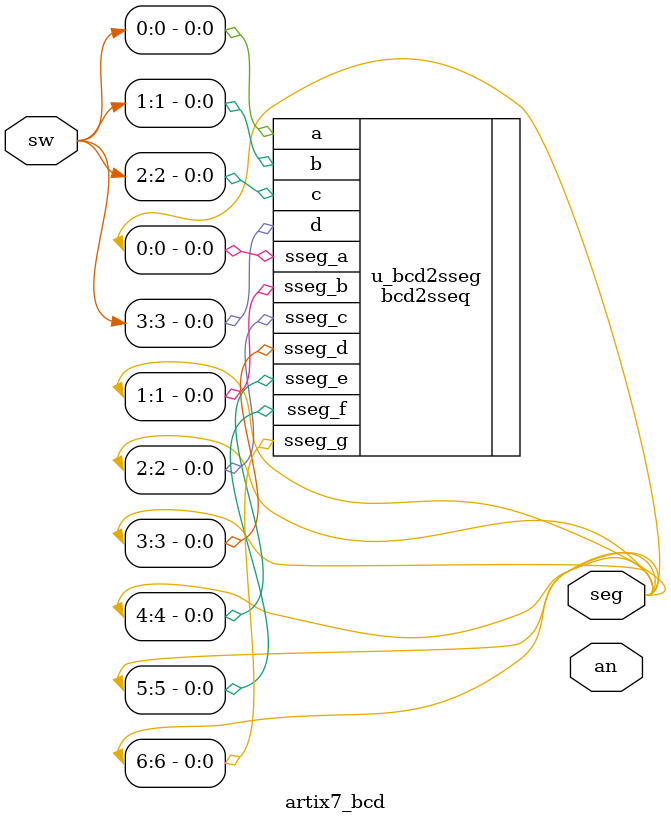
<source format=sv>
`timescale 1ns / 1ps
`timescale 1ns / 1ps

module artix7_bcd(
    input [7:0] sw,
    output [6:0] seg,
    output [3:0] an
    );
    
 bcd2sseq u_bcd2sseg
    (
    .a(sw[0]),
    .b(sw[1]),
    .c(sw[2]),
    .d(sw[3]),
    .sseg_a(seg[0]),
    .sseg_b(seg[1]),
    .sseg_c(seg[2]),
    .sseg_d(seg[3]),
    .sseg_e(seg[4]),
    .sseg_f(seg[5]),
    .sseg_g(seg[6])
    );
endmodule

</source>
